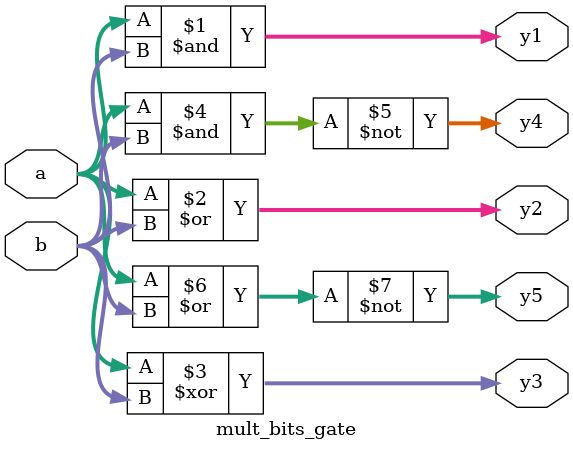
<source format=v>

module mult_bits_gate (
    input [2:0] a, // Signal bit width is 3, it is different from C/C++, the index starts from 0, end at 2.
                   // So the signal has 3 bits: a[2], a[1], a[0]. If this is defined in C/C++, it will be a[0], a[1], a[2].
                   // Verilog is designed for hardware description, so the index starts from 0 to n. Not like C/C++, it starts from 0 to n-1.
    input [2:1] b, // This signal bit also is 3, but this is not required verilog ISO standard.
    output [2:0] y1,
    output [2:0] y2,
    output [2:0] y3,
    output [2:0] y4,
    output [2:0] y5
);
    assign y1 = a & b; // AND gate
    assign y2 = a | b; // OR gate
    assign y3 = a ^ b; // XOR gate
    assign y4 = ~(a & b); // NAND gate
    assign y5 = ~(a | b); // NOR gate
endmodule
</source>
